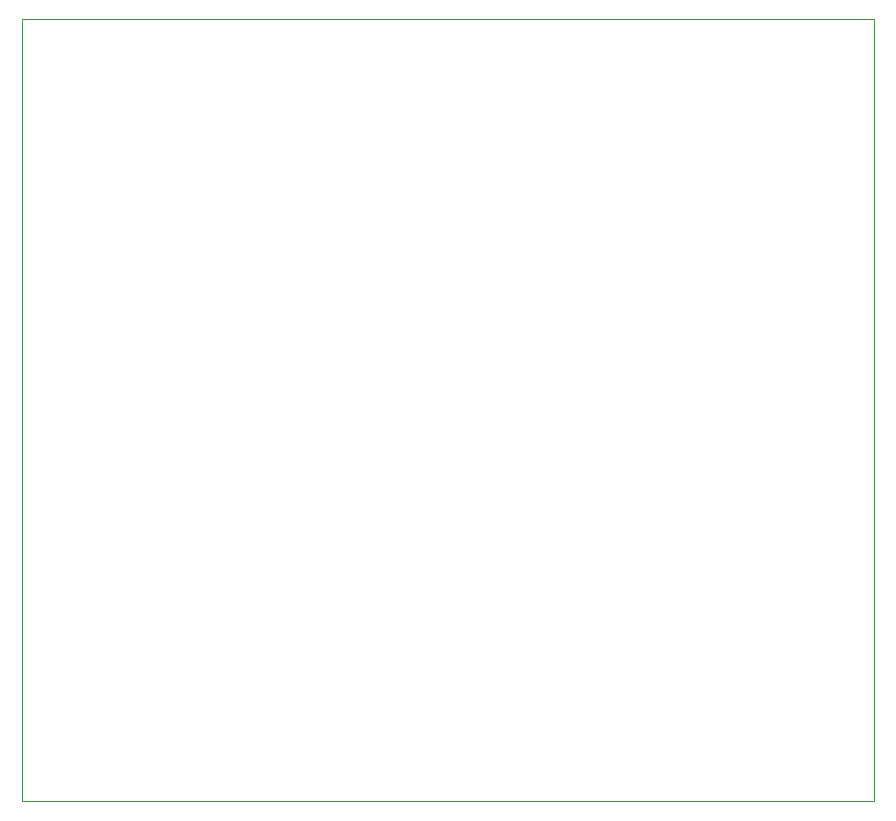
<source format=gbr>
%TF.GenerationSoftware,KiCad,Pcbnew,8.0.6*%
%TF.CreationDate,2025-05-23T10:29:42+02:00*%
%TF.ProjectId,AmplifOptoacopladorEnclosure,416d706c-6966-44f7-9074-6f61636f706c,rev?*%
%TF.SameCoordinates,Original*%
%TF.FileFunction,Profile,NP*%
%FSLAX46Y46*%
G04 Gerber Fmt 4.6, Leading zero omitted, Abs format (unit mm)*
G04 Created by KiCad (PCBNEW 8.0.6) date 2025-05-23 10:29:42*
%MOMM*%
%LPD*%
G01*
G04 APERTURE LIST*
%TA.AperFunction,Profile*%
%ADD10C,0.050000*%
%TD*%
G04 APERTURE END LIST*
D10*
X156500000Y-42300000D02*
X228700000Y-42300000D01*
X228700000Y-108500000D01*
X156500000Y-108500000D01*
X156500000Y-42300000D01*
M02*

</source>
